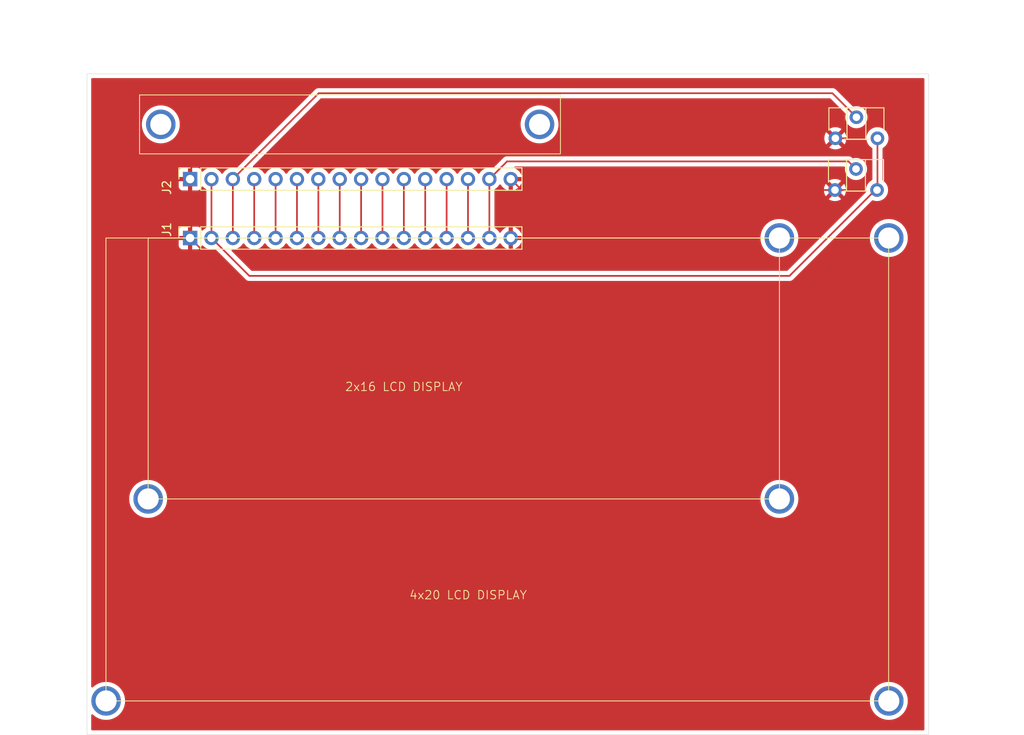
<source format=kicad_pcb>
(kicad_pcb (version 20240108) (generator "pcbnew") (generator_version "8.0")
  (layers (0 "F.Cu" signal) (31 "B.Cu" signal) (34 "B.Paste" user) (35 "F.Paste" user) (36 "B.SilkS" user "B.Silkscreen") (37 "F.SilkS" user "F.Silkscreen") (38 "B.Mask" user) (39 "F.Mask" user) (44 "Edge.Cuts" user))
  (net 0 "")
  (net 1 "GND")
  (net 2 "Net-(J1-Pin_6)")
  (net 3 "VDD")
  (net 4 "Net-(J1-Pin_10)")
  (net 5 "Net-(J1-Pin_9)")
  (net 6 "Net-(J1-Pin_14)")
  (net 7 "Net-(J1-Pin_15)")
  (net 8 "Net-(J1-Pin_11)")
  (net 9 "Net-(J1-Pin_5)")
  (net 10 "Net-(J1-Pin_12)")
  (net 11 "Net-(J1-Pin_8)")
  (net 12 "Net-(J1-Pin_7)")
  (net 13 "Net-(J1-Pin_3)")
  (net 14 "Net-(J1-Pin_4)")
  (net 15 "Net-(J1-Pin_13)")
  (footprint "Connector_PinSocket_2.54mm:PinSocket_1x16_P2.54mm_Vertical" (layer "F.Cu") (at 59.48 83 90)
    (property "Reference" "J1" (at 1 -2.77 90) (layer "F.SilkS"))
    (property "Value" "Conn_01x16_Pin" (hide yes))
    (fp_line (start 1.33 -1.33) (end 1.33 0) (stroke (width 0.12)) (layer "F.SilkS"))
    (fp_line (start 0 -1.33) (end 1.33 -1.33) (stroke (width 0.12)) (layer "F.SilkS"))
    (fp_line (start 1.33 1.27) (end 1.33 39.43) (stroke (width 0.12)) (layer "F.SilkS"))
    (fp_line (start -1.33 1.27) (end 1.33 1.27) (stroke (width 0.12)) (layer "F.SilkS"))
    (fp_line (start -1.33 1.27) (end -1.33 39.43) (stroke (width 0.12)) (layer "F.SilkS"))
    (fp_line (start -1.33 39.43) (end 1.33 39.43) (stroke (width 0.12)) (layer "F.SilkS"))
    (pad "1" thru_hole rect (at 0 0 90) (size 1.7 1.7) (drill 1) (layers "*.Cu" "*.Mask") (net 1 "GND"))
    (pad "2" thru_hole oval (at 0 2.54 90) (size 1.7 1.7) (drill 1) (layers "*.Cu" "*.Mask") (net 3 "VDD"))
    (pad "3" thru_hole oval (at 0 5.08 90) (size 1.7 1.7) (drill 1) (layers "*.Cu" "*.Mask") (net 13 "Net-(J1-Pin_3)"))
    (pad "4" thru_hole oval (at 0 7.62 90) (size 1.7 1.7) (drill 1) (layers "*.Cu" "*.Mask") (net 14 "Net-(J1-Pin_4)"))
    (pad "5" thru_hole oval (at 0 10.16 90) (size 1.7 1.7) (drill 1) (layers "*.Cu" "*.Mask") (net 9 "Net-(J1-Pin_5)"))
    (pad "6" thru_hole oval (at 0 12.7 90) (size 1.7 1.7) (drill 1) (layers "*.Cu" "*.Mask") (net 2 "Net-(J1-Pin_6)"))
    (pad "7" thru_hole oval (at 0 15.24 90) (size 1.7 1.7) (drill 1) (layers "*.Cu" "*.Mask") (net 12 "Net-(J1-Pin_7)"))
    (pad "8" thru_hole oval (at 0 17.78 90) (size 1.7 1.7) (drill 1) (layers "*.Cu" "*.Mask") (net 11 "Net-(J1-Pin_8)"))
    (pad "9" thru_hole oval (at 0 20.32 90) (size 1.7 1.7) (drill 1) (layers "*.Cu" "*.Mask") (net 5 "Net-(J1-Pin_9)"))
    (pad "10" thru_hole oval (at 0 22.86 90) (size 1.7 1.7) (drill 1) (layers "*.Cu" "*.Mask") (net 4 "Net-(J1-Pin_10)"))
    (pad "11" thru_hole oval (at 0 25.4 90) (size 1.7 1.7) (drill 1) (layers "*.Cu" "*.Mask") (net 8 "Net-(J1-Pin_11)"))
    (pad "12" thru_hole oval (at 0 27.94 90) (size 1.7 1.7) (drill 1) (layers "*.Cu" "*.Mask") (net 10 "Net-(J1-Pin_12)"))
    (pad "13" thru_hole oval (at 0 30.48 90) (size 1.7 1.7) (drill 1) (layers "*.Cu" "*.Mask") (net 15 "Net-(J1-Pin_13)"))
    (pad "14" thru_hole oval (at 0 33.02 90) (size 1.7 1.7) (drill 1) (layers "*.Cu" "*.Mask") (net 6 "Net-(J1-Pin_14)"))
    (pad "15" thru_hole oval (at 0 35.56 90) (size 1.7 1.7) (drill 1) (layers "*.Cu" "*.Mask") (net 7 "Net-(J1-Pin_15)"))
    (pad "16" thru_hole oval (at 0 38.1 90) (size 1.7 1.7) (drill 1) (layers "*.Cu" "*.Mask") (net 1 "GND"))
  )
  (footprint "Potentiometer_THT:Potentiometer_ACP_CA6-H2,5_Horizontal" (layer "F.Cu") (at 136.1 77.3 90)
    (property "Reference" "RV2" (hide yes))
    (property "Value" "10k")
    (fp_line (start 3.62 -0.77) (end 3.62 5.77) (stroke (width 0.12)) (layer "F.SilkS"))
    (fp_line (start 0.925 -0.77) (end 3.62 -0.77) (stroke (width 0.12)) (layer "F.SilkS"))
    (fp_line (start -0.121 1.066) (end -0.121 3.935) (stroke (width 0.12)) (layer "F.SilkS"))
    (fp_line (start 3.62 1.38) (end 3.62 3.62) (stroke (width 0.12)) (layer "F.SilkS"))
    (fp_line (start -0.121 1.38) (end 3.62 1.38) (stroke (width 0.12)) (layer "F.SilkS"))
    (fp_line (start -0.121 1.38) (end -0.121 3.62) (stroke (width 0.12)) (layer "F.SilkS"))
    (fp_line (start -0.121 3.62) (end 3.62 3.62) (stroke (width 0.12)) (layer "F.SilkS"))
    (fp_line (start 0.925 5.77) (end 3.62 5.77) (stroke (width 0.12)) (layer "F.SilkS"))
    (pad "1" thru_hole circle (at 0 0 90) (size 1.62 1.62) (drill 0.9) (layers "*.Cu" "*.Mask") (net 1 "GND"))
    (pad "2" thru_hole circle (at 2.5 2.5 90) (size 1.62 1.62) (drill 0.9) (layers "*.Cu" "*.Mask") (net 7 "Net-(J1-Pin_15)"))
    (pad "3" thru_hole circle (at 0 5 90) (size 1.62 1.62) (drill 0.9) (layers "*.Cu" "*.Mask") (net 3 "VDD"))
  )
  (footprint "Connector_PinSocket_2.54mm:PinSocket_1x16_P2.54mm_Vertical" (layer "F.Cu") (at 59.48 76 90)
    (property "Reference" "J2" (at -1 -2.77 90) (layer "F.SilkS"))
    (property "Value" "Conn_01x16_Pin" (hide yes))
    (fp_line (start 1.33 -1.33) (end 1.33 0) (stroke (width 0.12)) (layer "F.SilkS"))
    (fp_line (start 0 -1.33) (end 1.33 -1.33) (stroke (width 0.12)) (layer "F.SilkS"))
    (fp_line (start 1.33 1.27) (end 1.33 39.43) (stroke (width 0.12)) (layer "F.SilkS"))
    (fp_line (start -1.33 1.27) (end 1.33 1.27) (stroke (width 0.12)) (layer "F.SilkS"))
    (fp_line (start -1.33 1.27) (end -1.33 39.43) (stroke (width 0.12)) (layer "F.SilkS"))
    (fp_line (start -1.33 39.43) (end 1.33 39.43) (stroke (width 0.12)) (layer "F.SilkS"))
    (pad "1" thru_hole rect (at 0 0 90) (size 1.7 1.7) (drill 1) (layers "*.Cu" "*.Mask") (net 1 "GND"))
    (pad "2" thru_hole oval (at 0 2.54 90) (size 1.7 1.7) (drill 1) (layers "*.Cu" "*.Mask") (net 3 "VDD"))
    (pad "3" thru_hole oval (at 0 5.08 90) (size 1.7 1.7) (drill 1) (layers "*.Cu" "*.Mask") (net 13 "Net-(J1-Pin_3)"))
    (pad "4" thru_hole oval (at 0 7.62 90) (size 1.7 1.7) (drill 1) (layers "*.Cu" "*.Mask") (net 14 "Net-(J1-Pin_4)"))
    (pad "5" thru_hole oval (at 0 10.16 90) (size 1.7 1.7) (drill 1) (layers "*.Cu" "*.Mask") (net 9 "Net-(J1-Pin_5)"))
    (pad "6" thru_hole oval (at 0 12.7 90) (size 1.7 1.7) (drill 1) (layers "*.Cu" "*.Mask") (net 2 "Net-(J1-Pin_6)"))
    (pad "7" thru_hole oval (at 0 15.24 90) (size 1.7 1.7) (drill 1) (layers "*.Cu" "*.Mask") (net 12 "Net-(J1-Pin_7)"))
    (pad "8" thru_hole oval (at 0 17.78 90) (size 1.7 1.7) (drill 1) (layers "*.Cu" "*.Mask") (net 11 "Net-(J1-Pin_8)"))
    (pad "9" thru_hole oval (at 0 20.32 90) (size 1.7 1.7) (drill 1) (layers "*.Cu" "*.Mask") (net 5 "Net-(J1-Pin_9)"))
    (pad "10" thru_hole oval (at 0 22.86 90) (size 1.7 1.7) (drill 1) (layers "*.Cu" "*.Mask") (net 4 "Net-(J1-Pin_10)"))
    (pad "11" thru_hole oval (at 0 25.4 90) (size 1.7 1.7) (drill 1) (layers "*.Cu" "*.Mask") (net 8 "Net-(J1-Pin_11)"))
    (pad "12" thru_hole oval (at 0 27.94 90) (size 1.7 1.7) (drill 1) (layers "*.Cu" "*.Mask") (net 10 "Net-(J1-Pin_12)"))
    (pad "13" thru_hole oval (at 0 30.48 90) (size 1.7 1.7) (drill 1) (layers "*.Cu" "*.Mask") (net 15 "Net-(J1-Pin_13)"))
    (pad "14" thru_hole oval (at 0 33.02 90) (size 1.7 1.7) (drill 1) (layers "*.Cu" "*.Mask") (net 6 "Net-(J1-Pin_14)"))
    (pad "15" thru_hole oval (at 0 35.56 90) (size 1.7 1.7) (drill 1) (layers "*.Cu" "*.Mask") (net 7 "Net-(J1-Pin_15)"))
    (pad "16" thru_hole oval (at 0 38.1 90) (size 1.7 1.7) (drill 1) (layers "*.Cu" "*.Mask") (net 1 "GND"))
  )
  (footprint "Potentiometer_THT:Potentiometer_ACP_CA6-H2,5_Horizontal" (layer "F.Cu") (at 136.15 71.15 90)
    (property "Reference" "RV1" (hide yes))
    (property "Value" "10k")
    (fp_line (start 3.62 -0.77) (end 3.62 5.77) (stroke (width 0.12)) (layer "F.SilkS"))
    (fp_line (start 0.925 -0.77) (end 3.62 -0.77) (stroke (width 0.12)) (layer "F.SilkS"))
    (fp_line (start -0.121 1.066) (end -0.121 3.935) (stroke (width 0.12)) (layer "F.SilkS"))
    (fp_line (start 3.62 1.38) (end 3.62 3.62) (stroke (width 0.12)) (layer "F.SilkS"))
    (fp_line (start -0.121 1.38) (end 3.62 1.38) (stroke (width 0.12)) (layer "F.SilkS"))
    (fp_line (start -0.121 1.38) (end -0.121 3.62) (stroke (width 0.12)) (layer "F.SilkS"))
    (fp_line (start -0.121 3.62) (end 3.62 3.62) (stroke (width 0.12)) (layer "F.SilkS"))
    (fp_line (start 0.925 5.77) (end 3.62 5.77) (stroke (width 0.12)) (layer "F.SilkS"))
    (pad "1" thru_hole circle (at 0 0 90) (size 1.62 1.62) (drill 0.9) (layers "*.Cu" "*.Mask") (net 1 "GND"))
    (pad "2" thru_hole circle (at 2.5 2.5 90) (size 1.62 1.62) (drill 0.9) (layers "*.Cu" "*.Mask") (net 13 "Net-(J1-Pin_3)"))
    (pad "3" thru_hole circle (at 0 5 90) (size 1.62 1.62) (drill 0.9) (layers "*.Cu" "*.Mask") (net 3 "VDD"))
  )
  (gr_rect (start 54.5 83) (end 129.5 114) (stroke (width 0.1)) (fill none) (layer "F.SilkS"))
  (gr_rect (start 53.48 66) (end 103.48 73) (stroke (width 0.1)) (fill none) (layer "F.SilkS"))
  (gr_rect (start 49.48 83) (end 142.48 138) (stroke (width 0.1)) (fill none) (layer "F.SilkS"))
  (gr_rect (start 47.23 63.5) (end 147.23 142) (stroke (width 0.05)) (fill none) (layer "Edge.Cuts"))
  (gr_text "4x20 LCD DISPLAY\n" (at 85.48 126 0) (layer "F.SilkS") (effects (font (size 1 1) (thickness 0.1)) (justify left bottom)))
  (gr_text "2x16 LCD DISPLAY\n" (at 77.84 101.26 0) (layer "F.SilkS") (effects (font (size 1 1) (thickness 0.1)) (justify left bottom)))
  (via (at 49.5 138) (size 3.5) (drill 2.5) (layers "F.Cu" "B.Cu") (net 0))
  (via (at 101 69.5) (size 3.5) (drill 2.5) (layers "F.Cu" "B.Cu") (net 0))
  (via (at 142.5 83) (size 3.5) (drill 2.5) (layers "F.Cu" "B.Cu") (net 0))
  (via (at 54.5 114) (size 3.5) (drill 2.5) (layers "F.Cu" "B.Cu") (net 0))
  (via (at 142.5 138) (size 3.5) (drill 2.5) (layers "F.Cu" "B.Cu") (net 0))
  (via (at 56 69.5) (size 3.5) (drill 2.5) (layers "F.Cu" "B.Cu") (net 0))
  (via (at 129.5 114) (size 3.5) (drill 2.5) (layers "F.Cu" "B.Cu") (net 0))
  (via (at 129.5 83) (size 3.5) (drill 2.5) (layers "F.Cu" "B.Cu") (net 0))
  (segment (start 98.88 77.3) (end 97.58 76) (width 0.2) (layer "F.Cu") (net 1))
  (segment (start 132.5 88.6) (end 145 76.1) (width 0.2) (layer "F.Cu") (net 1))
  (segment (start 145 76.1) (end 145 70.9) (width 0.2) (layer "F.Cu") (net 1))
  (segment (start 137.295512 71.15) (end 140.2 74.054488) (width 0.2) (layer "F.Cu") (net 1))
  (segment (start 136.15 71.15) (end 137.295512 71.15) (width 0.2) (layer "F.Cu") (net 1))
  (segment (start 138.5 77.3) (end 136.1 77.3) (width 0.2) (layer "F.Cu") (net 1))
  (segment (start 65.08 88.6) (end 132.5 88.6) (width 0.2) (layer "F.Cu") (net 1))
  (segment (start 140.2 75.6) (end 138.5 77.3) (width 0.2) (layer "F.Cu") (net 1))
  (segment (start 59.48 83) (end 65.08 88.6) (width 0.2) (layer "F.Cu") (net 1))
  (segment (start 136.1 77.3) (end 98.88 77.3) (width 0.2) (layer "F.Cu") (net 1))
  (segment (start 59.48 76) (end 59.48 83) (width 0.2) (layer "F.Cu") (net 1))
  (segment (start 145 70.9) (end 143.5 69.4) (width 0.2) (layer "F.Cu") (net 1))
  (segment (start 97.58 76) (end 97.58 83) (width 0.2) (layer "F.Cu") (net 1))
  (segment (start 140.2 69.4) (end 138.45 71.15) (width 0.2) (layer "F.Cu") (net 1))
  (segment (start 138.45 71.15) (end 137.295512 71.15) (width 0.2) (layer "F.Cu") (net 1))
  (segment (start 143.5 69.4) (end 140.2 69.4) (width 0.2) (layer "F.Cu") (net 1))
  (segment (start 140.2 74.054488) (end 140.2 75.6) (width 0.2) (layer "F.Cu") (net 1))
  (segment (start 72.18 76) (end 72.18 83) (width 0.2) (layer "F.Cu") (net 2))
  (segment (start 141.15 71.15) (end 141.15 77.05) (width 0.2) (layer "F.Cu") (net 3))
  (segment (start 66.52 87.5) (end 62.02 83) (width 0.2) (layer "F.Cu") (net 3))
  (segment (start 62.02 76) (end 62.02 83) (width 0.2) (layer "F.Cu") (net 3))
  (segment (start 141.15 77.05) (end 130.7 87.5) (width 0.2) (layer "F.Cu") (net 3))
  (segment (start 130.7 87.5) (end 66.52 87.5) (width 0.2) (layer "F.Cu") (net 3))
  (segment (start 82.34 76) (end 82.34 83) (width 0.2) (layer "F.Cu") (net 4))
  (segment (start 79.8 76) (end 79.8 83) (width 0.2) (layer "F.Cu") (net 5))
  (segment (start 92.5 76) (end 92.5 83) (width 0.2) (layer "F.Cu") (net 6))
  (segment (start 95.04 76) (end 95.04 83) (width 0.2) (layer "F.Cu") (net 7))
  (segment (start 97.14 73.9) (end 95.04 76) (width 0.2) (layer "F.Cu") (net 7))
  (segment (start 138.6 74.8) (end 137.7 73.9) (width 0.2) (layer "F.Cu") (net 7))
  (segment (start 137.7 73.9) (end 97.14 73.9) (width 0.2) (layer "F.Cu") (net 7))
  (segment (start 84.88 76) (end 84.88 83) (width 0.2) (layer "F.Cu") (net 8))
  (segment (start 69.64 76) (end 69.64 83) (width 0.2) (layer "F.Cu") (net 9))
  (segment (start 87.42 76) (end 87.42 83) (width 0.2) (layer "F.Cu") (net 10))
  (segment (start 87.42 83.58) (end 87.42 83) (width 0.2) (layer "F.Cu") (net 10))
  (segment (start 77.26 76) (end 77.26 83) (width 0.2) (layer "F.Cu") (net 11))
  (segment (start 74.72 76) (end 74.72 83) (width 0.2) (layer "F.Cu") (net 12))
  (segment (start 74.76 65.8) (end 64.56 76) (width 0.2) (layer "F.Cu") (net 13))
  (segment (start 138.65 68.65) (end 135.8 65.8) (width 0.2) (layer "F.Cu") (net 13))
  (segment (start 135.8 65.8) (end 74.76 65.8) (width 0.2) (layer "F.Cu") (net 13))
  (segment (start 64.56 76) (end 64.56 83) (width 0.2) (layer "F.Cu") (net 13))
  (segment (start 67.1 76) (end 67.1 83) (width 0.2) (layer "F.Cu") (net 14))
  (segment (start 89.96 76) (end 89.96 83) (width 0.2) (layer "F.Cu") (net 15))
  (zone (net 1) (net_name "GND") (layer "F.Cu") (connect_pads (clearance 0.5)) (min_thickness 0.25) (fill yes (thermal_gap 0.5) (thermal_bridge_width 0.5))
    (polygon (pts (xy 47.24 63.51) (xy 147.23 63.51) (xy 147.23 142.01) (xy 47.23 142)))
  )
)
</source>
